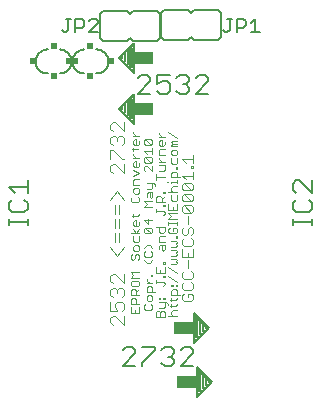
<source format=gbr>
G04 EAGLE Gerber RS-274X export*
G75*
%MOMM*%
%FSLAX34Y34*%
%LPD*%
%INSilkscreen Top*%
%IPPOS*%
%AMOC8*
5,1,8,0,0,1.08239X$1,22.5*%
G01*
%ADD10C,0.101600*%
%ADD11C,0.076200*%
%ADD12C,0.152400*%
%ADD13R,0.609600X0.609600*%
%ADD14C,0.177800*%
%ADD15C,0.127000*%
%ADD16R,1.905000X1.016000*%
%ADD17R,0.381000X1.778000*%
%ADD18R,0.254000X1.270000*%
%ADD19R,0.254000X0.762000*%
%ADD20R,0.254000X0.254000*%
%ADD21R,0.127000X0.254000*%
%ADD22R,0.127000X0.127000*%


D10*
X75692Y74344D02*
X75692Y66548D01*
X67896Y74344D01*
X65947Y74344D01*
X63998Y72395D01*
X63998Y68497D01*
X65947Y66548D01*
X63998Y78242D02*
X63998Y86038D01*
X63998Y78242D02*
X69845Y78242D01*
X67896Y82140D01*
X67896Y84089D01*
X69845Y86038D01*
X73743Y86038D01*
X75692Y84089D01*
X75692Y80191D01*
X73743Y78242D01*
X65947Y89936D02*
X63998Y91885D01*
X63998Y95783D01*
X65947Y97732D01*
X67896Y97732D01*
X69845Y95783D01*
X69845Y93834D01*
X69845Y95783D02*
X71794Y97732D01*
X73743Y97732D01*
X75692Y95783D01*
X75692Y91885D01*
X73743Y89936D01*
X75692Y101630D02*
X75692Y109426D01*
X75692Y101630D02*
X67896Y109426D01*
X65947Y109426D01*
X63998Y107477D01*
X63998Y103579D01*
X65947Y101630D01*
X69845Y125018D02*
X63998Y132814D01*
X69845Y125018D02*
X75692Y132814D01*
X71794Y136712D02*
X71794Y144508D01*
X67896Y144508D02*
X67896Y136712D01*
X71794Y148406D02*
X71794Y156202D01*
X67896Y156202D02*
X67896Y148406D01*
X71794Y160100D02*
X71794Y167896D01*
X67896Y167896D02*
X67896Y160100D01*
X63998Y171794D02*
X69845Y179590D01*
X75692Y171794D01*
X75692Y195182D02*
X75692Y202978D01*
X75692Y195182D02*
X67896Y202978D01*
X65947Y202978D01*
X63998Y201029D01*
X63998Y197131D01*
X65947Y195182D01*
X63998Y206876D02*
X63998Y214672D01*
X65947Y214672D01*
X73743Y206876D01*
X75692Y206876D01*
X65947Y218570D02*
X63998Y220519D01*
X63998Y224417D01*
X65947Y226366D01*
X67896Y226366D01*
X69845Y224417D01*
X69845Y222468D01*
X69845Y224417D02*
X71794Y226366D01*
X73743Y226366D01*
X75692Y224417D01*
X75692Y220519D01*
X73743Y218570D01*
X75692Y230264D02*
X75692Y238060D01*
X75692Y230264D02*
X67896Y238060D01*
X65947Y238060D01*
X63998Y236111D01*
X63998Y232213D01*
X65947Y230264D01*
D11*
X81147Y81496D02*
X81147Y76581D01*
X88519Y76581D01*
X88519Y81496D01*
X84833Y79038D02*
X84833Y76581D01*
X88519Y84065D02*
X81147Y84065D01*
X81147Y87751D01*
X82375Y88980D01*
X84833Y88980D01*
X86062Y87751D01*
X86062Y84065D01*
X88519Y91549D02*
X81147Y91549D01*
X81147Y95235D01*
X82375Y96464D01*
X84833Y96464D01*
X86062Y95235D01*
X86062Y91549D01*
X86062Y94007D02*
X88519Y96464D01*
X81147Y100262D02*
X81147Y102720D01*
X81147Y100262D02*
X82375Y99033D01*
X87290Y99033D01*
X88519Y100262D01*
X88519Y102720D01*
X87290Y103948D01*
X82375Y103948D01*
X81147Y102720D01*
X81147Y106518D02*
X88519Y106518D01*
X83604Y108975D02*
X81147Y106518D01*
X83604Y108975D02*
X81147Y111432D01*
X88519Y111432D01*
X81147Y125172D02*
X82375Y126401D01*
X81147Y125172D02*
X81147Y122715D01*
X82375Y121486D01*
X83604Y121486D01*
X84833Y122715D01*
X84833Y125172D01*
X86062Y126401D01*
X87290Y126401D01*
X88519Y125172D01*
X88519Y122715D01*
X87290Y121486D01*
X88519Y130199D02*
X88519Y132656D01*
X87290Y133885D01*
X84833Y133885D01*
X83604Y132656D01*
X83604Y130199D01*
X84833Y128970D01*
X87290Y128970D01*
X88519Y130199D01*
X83604Y137683D02*
X83604Y141369D01*
X83604Y137683D02*
X84833Y136454D01*
X87290Y136454D01*
X88519Y137683D01*
X88519Y141369D01*
X88519Y143938D02*
X81147Y143938D01*
X86062Y143938D02*
X88519Y147625D01*
X86062Y143938D02*
X83604Y147625D01*
X88519Y151404D02*
X88519Y153861D01*
X88519Y151404D02*
X87290Y150175D01*
X84833Y150175D01*
X83604Y151404D01*
X83604Y153861D01*
X84833Y155090D01*
X86062Y155090D01*
X86062Y150175D01*
X87290Y158888D02*
X82375Y158888D01*
X87290Y158888D02*
X88519Y160117D01*
X83604Y160117D02*
X83604Y157659D01*
X81147Y173819D02*
X82375Y175048D01*
X81147Y173819D02*
X81147Y171362D01*
X82375Y170133D01*
X87290Y170133D01*
X88519Y171362D01*
X88519Y173819D01*
X87290Y175048D01*
X88519Y178846D02*
X88519Y181303D01*
X87290Y182532D01*
X84833Y182532D01*
X83604Y181303D01*
X83604Y178846D01*
X84833Y177617D01*
X87290Y177617D01*
X88519Y178846D01*
X88519Y185101D02*
X83604Y185101D01*
X83604Y188787D01*
X84833Y190016D01*
X88519Y190016D01*
X88519Y195043D02*
X83604Y192585D01*
X83604Y197500D02*
X88519Y195043D01*
X88519Y201298D02*
X88519Y203756D01*
X88519Y201298D02*
X87290Y200070D01*
X84833Y200070D01*
X83604Y201298D01*
X83604Y203756D01*
X84833Y204984D01*
X86062Y204984D01*
X86062Y200070D01*
X88519Y207554D02*
X83604Y207554D01*
X83604Y210011D02*
X86062Y207554D01*
X83604Y210011D02*
X83604Y211240D01*
X82375Y215019D02*
X87290Y215019D01*
X88519Y216248D01*
X83604Y216248D02*
X83604Y213791D01*
X88519Y220009D02*
X88519Y222466D01*
X88519Y220009D02*
X87290Y218780D01*
X84833Y218780D01*
X83604Y220009D01*
X83604Y222466D01*
X84833Y223695D01*
X86062Y223695D01*
X86062Y218780D01*
X88519Y226264D02*
X83604Y226264D01*
X86062Y226264D02*
X83604Y228722D01*
X83604Y229950D01*
X93551Y84036D02*
X92323Y82807D01*
X92323Y80350D01*
X93551Y79121D01*
X98466Y79121D01*
X99695Y80350D01*
X99695Y82807D01*
X98466Y84036D01*
X99695Y87834D02*
X99695Y90291D01*
X98466Y91520D01*
X96009Y91520D01*
X94780Y90291D01*
X94780Y87834D01*
X96009Y86605D01*
X98466Y86605D01*
X99695Y87834D01*
X102152Y94089D02*
X94780Y94089D01*
X94780Y97775D01*
X96009Y99004D01*
X98466Y99004D01*
X99695Y97775D01*
X99695Y94089D01*
X99695Y101573D02*
X94780Y101573D01*
X97238Y101573D02*
X94780Y104031D01*
X94780Y105260D01*
X98466Y107810D02*
X99695Y107810D01*
X98466Y107810D02*
X98466Y109039D01*
X99695Y109039D01*
X99695Y107810D01*
X97238Y119036D02*
X99695Y121494D01*
X97238Y119036D02*
X94780Y119036D01*
X92323Y121494D01*
X92323Y127712D02*
X93551Y128941D01*
X92323Y127712D02*
X92323Y125255D01*
X93551Y124026D01*
X98466Y124026D01*
X99695Y125255D01*
X99695Y127712D01*
X98466Y128941D01*
X99695Y131510D02*
X97238Y133967D01*
X94780Y133967D01*
X92323Y131510D01*
X93551Y143984D02*
X98466Y143984D01*
X93551Y143984D02*
X92323Y145212D01*
X92323Y147670D01*
X93551Y148899D01*
X98466Y148899D01*
X99695Y147670D01*
X99695Y145212D01*
X98466Y143984D01*
X93551Y148899D01*
X92323Y155154D02*
X99695Y155154D01*
X96009Y151468D02*
X92323Y155154D01*
X96009Y156383D02*
X96009Y151468D01*
X99695Y166436D02*
X92323Y166436D01*
X94780Y168894D01*
X92323Y171351D01*
X99695Y171351D01*
X94780Y175149D02*
X94780Y177606D01*
X96009Y178835D01*
X99695Y178835D01*
X99695Y175149D01*
X98466Y173920D01*
X97238Y175149D01*
X97238Y178835D01*
X98466Y181404D02*
X94780Y181404D01*
X98466Y181404D02*
X99695Y182633D01*
X99695Y186319D01*
X100924Y186319D02*
X94780Y186319D01*
X100924Y186319D02*
X102152Y185091D01*
X102152Y183862D01*
X99695Y196373D02*
X99695Y201288D01*
X99695Y196373D02*
X94780Y201288D01*
X93551Y201288D01*
X92323Y200059D01*
X92323Y197601D01*
X93551Y196373D01*
X93551Y203857D02*
X98466Y203857D01*
X93551Y203857D02*
X92323Y205086D01*
X92323Y207543D01*
X93551Y208772D01*
X98466Y208772D01*
X99695Y207543D01*
X99695Y205086D01*
X98466Y203857D01*
X93551Y208772D01*
X94780Y211341D02*
X92323Y213798D01*
X99695Y213798D01*
X99695Y211341D02*
X99695Y216256D01*
X98466Y218825D02*
X93551Y218825D01*
X92323Y220054D01*
X92323Y222511D01*
X93551Y223740D01*
X98466Y223740D01*
X99695Y222511D01*
X99695Y220054D01*
X98466Y218825D01*
X93551Y223740D01*
X113151Y74041D02*
X120523Y74041D01*
X116837Y74041D02*
X115608Y75270D01*
X115608Y77727D01*
X116837Y78956D01*
X120523Y78956D01*
X119294Y82754D02*
X114379Y82754D01*
X119294Y82754D02*
X120523Y83983D01*
X115608Y83983D02*
X115608Y81525D01*
X114379Y87743D02*
X119294Y87743D01*
X120523Y88972D01*
X115608Y88972D02*
X115608Y86515D01*
X115608Y91504D02*
X122980Y91504D01*
X115608Y91504D02*
X115608Y95190D01*
X116837Y96419D01*
X119294Y96419D01*
X120523Y95190D01*
X120523Y91504D01*
X115608Y98988D02*
X115608Y100217D01*
X116837Y100217D01*
X116837Y98988D01*
X115608Y98988D01*
X119294Y98988D02*
X119294Y100217D01*
X120523Y100217D01*
X120523Y98988D01*
X119294Y98988D01*
X120523Y102730D02*
X113151Y107645D01*
X113151Y115129D02*
X120523Y110214D01*
X119294Y117699D02*
X115608Y117699D01*
X119294Y117699D02*
X120523Y118927D01*
X119294Y120156D01*
X120523Y121385D01*
X119294Y122613D01*
X115608Y122613D01*
X115608Y125183D02*
X119294Y125183D01*
X120523Y126411D01*
X119294Y127640D01*
X120523Y128869D01*
X119294Y130098D01*
X115608Y130098D01*
X115608Y132667D02*
X119294Y132667D01*
X120523Y133896D01*
X119294Y135124D01*
X120523Y136353D01*
X119294Y137582D01*
X115608Y137582D01*
X119294Y140151D02*
X120523Y140151D01*
X119294Y140151D02*
X119294Y141380D01*
X120523Y141380D01*
X120523Y140151D01*
X113151Y147579D02*
X114379Y148808D01*
X113151Y147579D02*
X113151Y145122D01*
X114379Y143893D01*
X119294Y143893D01*
X120523Y145122D01*
X120523Y147579D01*
X119294Y148808D01*
X116837Y148808D01*
X116837Y146351D01*
X120523Y151377D02*
X120523Y153835D01*
X120523Y152606D02*
X113151Y152606D01*
X113151Y151377D02*
X113151Y153835D01*
X113151Y156367D02*
X120523Y156367D01*
X115608Y158824D02*
X113151Y156367D01*
X115608Y158824D02*
X113151Y161282D01*
X120523Y161282D01*
X113151Y163851D02*
X113151Y168766D01*
X113151Y163851D02*
X120523Y163851D01*
X120523Y168766D01*
X116837Y166308D02*
X116837Y163851D01*
X115608Y172564D02*
X115608Y176250D01*
X115608Y172564D02*
X116837Y171335D01*
X119294Y171335D01*
X120523Y172564D01*
X120523Y176250D01*
X120523Y178819D02*
X113151Y178819D01*
X115608Y180048D02*
X116837Y178819D01*
X115608Y180048D02*
X115608Y182505D01*
X116837Y183734D01*
X120523Y183734D01*
X115608Y186303D02*
X115608Y187532D01*
X120523Y187532D01*
X120523Y186303D02*
X120523Y188761D01*
X113151Y187532D02*
X111922Y187532D01*
X115608Y191293D02*
X122980Y191293D01*
X115608Y191293D02*
X115608Y194979D01*
X116837Y196208D01*
X119294Y196208D01*
X120523Y194979D01*
X120523Y191293D01*
X120523Y198777D02*
X119294Y198777D01*
X119294Y200006D01*
X120523Y200006D01*
X120523Y198777D01*
X115608Y203748D02*
X115608Y207434D01*
X115608Y203748D02*
X116837Y202519D01*
X119294Y202519D01*
X120523Y203748D01*
X120523Y207434D01*
X120523Y211232D02*
X120523Y213689D01*
X119294Y214918D01*
X116837Y214918D01*
X115608Y213689D01*
X115608Y211232D01*
X116837Y210003D01*
X119294Y210003D01*
X120523Y211232D01*
X120523Y217487D02*
X115608Y217487D01*
X115608Y218716D01*
X116837Y219945D01*
X120523Y219945D01*
X116837Y219945D02*
X115608Y221173D01*
X116837Y222402D01*
X120523Y222402D01*
X120523Y224971D02*
X113151Y229886D01*
X110109Y73279D02*
X102737Y73279D01*
X102737Y76965D01*
X103965Y78194D01*
X105194Y78194D01*
X106423Y76965D01*
X107652Y78194D01*
X108880Y78194D01*
X110109Y76965D01*
X110109Y73279D01*
X106423Y73279D02*
X106423Y76965D01*
X105194Y80763D02*
X108880Y80763D01*
X110109Y81992D01*
X110109Y85678D01*
X111338Y85678D02*
X105194Y85678D01*
X111338Y85678D02*
X112566Y84449D01*
X112566Y83221D01*
X105194Y88247D02*
X105194Y89476D01*
X106423Y89476D01*
X106423Y88247D01*
X105194Y88247D01*
X108880Y88247D02*
X108880Y89476D01*
X110109Y89476D01*
X110109Y88247D01*
X108880Y88247D01*
X108880Y99474D02*
X110109Y100702D01*
X110109Y101931D01*
X108880Y103160D01*
X102737Y103160D01*
X102737Y104388D02*
X102737Y101931D01*
X108880Y106958D02*
X110109Y106958D01*
X108880Y106958D02*
X108880Y108186D01*
X110109Y108186D01*
X110109Y106958D01*
X102737Y110700D02*
X102737Y115615D01*
X102737Y110700D02*
X110109Y110700D01*
X110109Y115615D01*
X106423Y113157D02*
X106423Y110700D01*
X108880Y118184D02*
X110109Y118184D01*
X108880Y118184D02*
X108880Y119413D01*
X110109Y119413D01*
X110109Y118184D01*
X105194Y130639D02*
X105194Y133096D01*
X106423Y134325D01*
X110109Y134325D01*
X110109Y130639D01*
X108880Y129410D01*
X107652Y130639D01*
X107652Y134325D01*
X110109Y136894D02*
X105194Y136894D01*
X105194Y140580D01*
X106423Y141809D01*
X110109Y141809D01*
X110109Y149293D02*
X102737Y149293D01*
X110109Y149293D02*
X110109Y145607D01*
X108880Y144378D01*
X106423Y144378D01*
X105194Y145607D01*
X105194Y149293D01*
X108880Y159347D02*
X110109Y160575D01*
X110109Y161804D01*
X108880Y163033D01*
X102737Y163033D01*
X102737Y161804D02*
X102737Y164262D01*
X108880Y166831D02*
X110109Y166831D01*
X108880Y166831D02*
X108880Y168060D01*
X110109Y168060D01*
X110109Y166831D01*
X110109Y170573D02*
X102737Y170573D01*
X102737Y174259D01*
X103965Y175488D01*
X106423Y175488D01*
X107652Y174259D01*
X107652Y170573D01*
X107652Y173030D02*
X110109Y175488D01*
X110109Y178057D02*
X108880Y178057D01*
X108880Y179286D01*
X110109Y179286D01*
X110109Y178057D01*
X110109Y191741D02*
X102737Y191741D01*
X102737Y194198D02*
X102737Y189283D01*
X105194Y196768D02*
X108880Y196768D01*
X110109Y197996D01*
X110109Y201682D01*
X105194Y201682D01*
X105194Y204252D02*
X110109Y204252D01*
X107652Y204252D02*
X105194Y206709D01*
X105194Y207938D01*
X105194Y210488D02*
X110109Y210488D01*
X105194Y210488D02*
X105194Y214175D01*
X106423Y215403D01*
X110109Y215403D01*
X110109Y219201D02*
X110109Y221659D01*
X110109Y219201D02*
X108880Y217973D01*
X106423Y217973D01*
X105194Y219201D01*
X105194Y221659D01*
X106423Y222887D01*
X107652Y222887D01*
X107652Y217973D01*
X110109Y225457D02*
X105194Y225457D01*
X105194Y227914D02*
X107652Y225457D01*
X105194Y227914D02*
X105194Y229143D01*
X126401Y93012D02*
X124833Y91444D01*
X124833Y88309D01*
X126401Y86741D01*
X132671Y86741D01*
X134239Y88309D01*
X134239Y91444D01*
X132671Y93012D01*
X129536Y93012D01*
X129536Y89876D01*
X124833Y100799D02*
X126401Y102367D01*
X124833Y100799D02*
X124833Y97664D01*
X126401Y96096D01*
X132671Y96096D01*
X134239Y97664D01*
X134239Y100799D01*
X132671Y102367D01*
X124833Y110154D02*
X126401Y111722D01*
X124833Y110154D02*
X124833Y107019D01*
X126401Y105451D01*
X132671Y105451D01*
X134239Y107019D01*
X134239Y110154D01*
X132671Y111722D01*
X129536Y114807D02*
X129536Y121077D01*
X124833Y124162D02*
X124833Y130432D01*
X124833Y124162D02*
X134239Y124162D01*
X134239Y130432D01*
X129536Y127297D02*
X129536Y124162D01*
X124833Y138220D02*
X126401Y139788D01*
X124833Y138220D02*
X124833Y135085D01*
X126401Y133517D01*
X132671Y133517D01*
X134239Y135085D01*
X134239Y138220D01*
X132671Y139788D01*
X124833Y147575D02*
X126401Y149143D01*
X124833Y147575D02*
X124833Y144440D01*
X126401Y142872D01*
X127968Y142872D01*
X129536Y144440D01*
X129536Y147575D01*
X131104Y149143D01*
X132671Y149143D01*
X134239Y147575D01*
X134239Y144440D01*
X132671Y142872D01*
X129536Y152227D02*
X129536Y158498D01*
X132671Y161583D02*
X126401Y161583D01*
X124833Y163150D01*
X124833Y166286D01*
X126401Y167853D01*
X132671Y167853D01*
X134239Y166286D01*
X134239Y163150D01*
X132671Y161583D01*
X126401Y167853D01*
X126401Y170938D02*
X132671Y170938D01*
X126401Y170938D02*
X124833Y172505D01*
X124833Y175641D01*
X126401Y177208D01*
X132671Y177208D01*
X134239Y175641D01*
X134239Y172505D01*
X132671Y170938D01*
X126401Y177208D01*
X126401Y180293D02*
X132671Y180293D01*
X126401Y180293D02*
X124833Y181861D01*
X124833Y184996D01*
X126401Y186564D01*
X132671Y186564D01*
X134239Y184996D01*
X134239Y181861D01*
X132671Y180293D01*
X126401Y186564D01*
X127968Y189648D02*
X124833Y192783D01*
X134239Y192783D01*
X134239Y189648D02*
X134239Y195919D01*
X134239Y199003D02*
X132671Y199003D01*
X132671Y200571D01*
X134239Y200571D01*
X134239Y199003D01*
X127968Y203681D02*
X124833Y206816D01*
X134239Y206816D01*
X134239Y203681D02*
X134239Y209952D01*
D12*
X21082Y279400D02*
X21329Y279403D01*
X21577Y279412D01*
X21824Y279427D01*
X22070Y279448D01*
X22316Y279475D01*
X22561Y279508D01*
X22806Y279547D01*
X23049Y279592D01*
X23291Y279643D01*
X23532Y279700D01*
X23771Y279762D01*
X24009Y279831D01*
X24245Y279905D01*
X24479Y279985D01*
X24711Y280070D01*
X24941Y280162D01*
X25169Y280258D01*
X25394Y280361D01*
X25617Y280468D01*
X25837Y280582D01*
X26054Y280700D01*
X26269Y280824D01*
X26480Y280953D01*
X26688Y281087D01*
X26893Y281226D01*
X27094Y281370D01*
X27292Y281518D01*
X27486Y281672D01*
X27676Y281830D01*
X27862Y281993D01*
X28044Y282160D01*
X28222Y282332D01*
X28396Y282508D01*
X28566Y282688D01*
X28731Y282873D01*
X28891Y283061D01*
X29047Y283253D01*
X29199Y283449D01*
X29345Y283648D01*
X29487Y283851D01*
X29623Y284058D01*
X29755Y284267D01*
X29881Y284480D01*
X30002Y284696D01*
X30118Y284914D01*
X30228Y285136D01*
X30333Y285360D01*
X30433Y285586D01*
X30527Y285815D01*
X30615Y286046D01*
X30698Y286280D01*
X30775Y286515D01*
X30846Y286752D01*
X30912Y286990D01*
X30971Y287230D01*
X31025Y287472D01*
X31073Y287715D01*
X31115Y287958D01*
X31151Y288203D01*
X31181Y288449D01*
X31205Y288695D01*
X31223Y288942D01*
X31235Y289189D01*
X31241Y289436D01*
X31241Y289684D01*
X31235Y289931D01*
X31223Y290178D01*
X31205Y290425D01*
X31181Y290671D01*
X31151Y290917D01*
X31115Y291162D01*
X31073Y291405D01*
X31025Y291648D01*
X30971Y291890D01*
X30912Y292130D01*
X30846Y292368D01*
X30775Y292605D01*
X30698Y292840D01*
X30615Y293074D01*
X30527Y293305D01*
X30433Y293534D01*
X30333Y293760D01*
X30228Y293984D01*
X30118Y294206D01*
X30002Y294424D01*
X29881Y294640D01*
X29755Y294853D01*
X29623Y295062D01*
X29487Y295269D01*
X29345Y295472D01*
X29199Y295671D01*
X29047Y295867D01*
X28891Y296059D01*
X28731Y296247D01*
X28566Y296432D01*
X28396Y296612D01*
X28222Y296788D01*
X28044Y296960D01*
X27862Y297127D01*
X27676Y297290D01*
X27486Y297448D01*
X27292Y297602D01*
X27094Y297750D01*
X26893Y297894D01*
X26688Y298033D01*
X26480Y298167D01*
X26269Y298296D01*
X26054Y298420D01*
X25837Y298538D01*
X25617Y298652D01*
X25394Y298759D01*
X25169Y298862D01*
X24941Y298958D01*
X24711Y299050D01*
X24479Y299135D01*
X24245Y299215D01*
X24009Y299289D01*
X23771Y299358D01*
X23532Y299420D01*
X23291Y299477D01*
X23049Y299528D01*
X22806Y299573D01*
X22561Y299612D01*
X22316Y299645D01*
X22070Y299672D01*
X21824Y299693D01*
X21577Y299708D01*
X21329Y299717D01*
X21082Y299720D01*
X10922Y299720D02*
X10675Y299717D01*
X10427Y299708D01*
X10180Y299693D01*
X9934Y299672D01*
X9688Y299645D01*
X9443Y299612D01*
X9198Y299573D01*
X8955Y299528D01*
X8713Y299477D01*
X8472Y299420D01*
X8233Y299358D01*
X7995Y299289D01*
X7759Y299215D01*
X7525Y299135D01*
X7293Y299050D01*
X7063Y298958D01*
X6835Y298862D01*
X6610Y298759D01*
X6387Y298652D01*
X6167Y298538D01*
X5950Y298420D01*
X5735Y298296D01*
X5524Y298167D01*
X5316Y298033D01*
X5111Y297894D01*
X4910Y297750D01*
X4712Y297602D01*
X4518Y297448D01*
X4328Y297290D01*
X4142Y297127D01*
X3960Y296960D01*
X3782Y296788D01*
X3608Y296612D01*
X3438Y296432D01*
X3273Y296247D01*
X3113Y296059D01*
X2957Y295867D01*
X2805Y295671D01*
X2659Y295472D01*
X2517Y295269D01*
X2381Y295062D01*
X2249Y294853D01*
X2123Y294640D01*
X2002Y294424D01*
X1886Y294206D01*
X1776Y293984D01*
X1671Y293760D01*
X1571Y293534D01*
X1477Y293305D01*
X1389Y293074D01*
X1306Y292840D01*
X1229Y292605D01*
X1158Y292368D01*
X1092Y292130D01*
X1033Y291890D01*
X979Y291648D01*
X931Y291405D01*
X889Y291162D01*
X853Y290917D01*
X823Y290671D01*
X799Y290425D01*
X781Y290178D01*
X769Y289931D01*
X763Y289684D01*
X763Y289436D01*
X769Y289189D01*
X781Y288942D01*
X799Y288695D01*
X823Y288449D01*
X853Y288203D01*
X889Y287958D01*
X931Y287715D01*
X979Y287472D01*
X1033Y287230D01*
X1092Y286990D01*
X1158Y286752D01*
X1229Y286515D01*
X1306Y286280D01*
X1389Y286046D01*
X1477Y285815D01*
X1571Y285586D01*
X1671Y285360D01*
X1776Y285136D01*
X1886Y284914D01*
X2002Y284696D01*
X2123Y284480D01*
X2249Y284267D01*
X2381Y284058D01*
X2517Y283851D01*
X2659Y283648D01*
X2805Y283449D01*
X2957Y283253D01*
X3113Y283061D01*
X3273Y282873D01*
X3438Y282688D01*
X3608Y282508D01*
X3782Y282332D01*
X3960Y282160D01*
X4142Y281993D01*
X4328Y281830D01*
X4518Y281672D01*
X4712Y281518D01*
X4910Y281370D01*
X5111Y281226D01*
X5316Y281087D01*
X5524Y280953D01*
X5735Y280824D01*
X5950Y280700D01*
X6167Y280582D01*
X6387Y280468D01*
X6610Y280361D01*
X6835Y280258D01*
X7063Y280162D01*
X7293Y280070D01*
X7525Y279985D01*
X7759Y279905D01*
X7995Y279831D01*
X8233Y279762D01*
X8472Y279700D01*
X8713Y279643D01*
X8955Y279592D01*
X9198Y279547D01*
X9443Y279508D01*
X9688Y279475D01*
X9934Y279448D01*
X10180Y279427D01*
X10427Y279412D01*
X10675Y279403D01*
X10922Y279400D01*
D13*
X33782Y289560D03*
X-1778Y289560D03*
X16002Y302260D03*
X16002Y276860D03*
D14*
X-5969Y156088D02*
X-5969Y150749D01*
X-5969Y153418D02*
X-21985Y153418D01*
X-21985Y150749D02*
X-21985Y156088D01*
X-21985Y169671D02*
X-19315Y172341D01*
X-21985Y169671D02*
X-21985Y164333D01*
X-19315Y161663D01*
X-8638Y161663D01*
X-5969Y164333D01*
X-5969Y169671D01*
X-8638Y172341D01*
X-16646Y178035D02*
X-21985Y183374D01*
X-5969Y183374D01*
X-5969Y188712D02*
X-5969Y178035D01*
X87249Y262001D02*
X97926Y262001D01*
X87249Y262001D02*
X97926Y272678D01*
X97926Y275347D01*
X95257Y278017D01*
X89918Y278017D01*
X87249Y275347D01*
X103621Y278017D02*
X114298Y278017D01*
X103621Y278017D02*
X103621Y270009D01*
X108959Y272678D01*
X111628Y272678D01*
X114298Y270009D01*
X114298Y264670D01*
X111628Y262001D01*
X106290Y262001D01*
X103621Y264670D01*
X119992Y275347D02*
X122661Y278017D01*
X128000Y278017D01*
X130669Y275347D01*
X130669Y272678D01*
X128000Y270009D01*
X125331Y270009D01*
X128000Y270009D02*
X130669Y267340D01*
X130669Y264670D01*
X128000Y262001D01*
X122661Y262001D01*
X119992Y264670D01*
X136364Y262001D02*
X147041Y262001D01*
X136364Y262001D02*
X147041Y272678D01*
X147041Y275347D01*
X144372Y278017D01*
X139033Y278017D01*
X136364Y275347D01*
D12*
X52324Y279400D02*
X52571Y279403D01*
X52819Y279412D01*
X53066Y279427D01*
X53312Y279448D01*
X53558Y279475D01*
X53803Y279508D01*
X54048Y279547D01*
X54291Y279592D01*
X54533Y279643D01*
X54774Y279700D01*
X55013Y279762D01*
X55251Y279831D01*
X55487Y279905D01*
X55721Y279985D01*
X55953Y280070D01*
X56183Y280162D01*
X56411Y280258D01*
X56636Y280361D01*
X56859Y280468D01*
X57079Y280582D01*
X57296Y280700D01*
X57511Y280824D01*
X57722Y280953D01*
X57930Y281087D01*
X58135Y281226D01*
X58336Y281370D01*
X58534Y281518D01*
X58728Y281672D01*
X58918Y281830D01*
X59104Y281993D01*
X59286Y282160D01*
X59464Y282332D01*
X59638Y282508D01*
X59808Y282688D01*
X59973Y282873D01*
X60133Y283061D01*
X60289Y283253D01*
X60441Y283449D01*
X60587Y283648D01*
X60729Y283851D01*
X60865Y284058D01*
X60997Y284267D01*
X61123Y284480D01*
X61244Y284696D01*
X61360Y284914D01*
X61470Y285136D01*
X61575Y285360D01*
X61675Y285586D01*
X61769Y285815D01*
X61857Y286046D01*
X61940Y286280D01*
X62017Y286515D01*
X62088Y286752D01*
X62154Y286990D01*
X62213Y287230D01*
X62267Y287472D01*
X62315Y287715D01*
X62357Y287958D01*
X62393Y288203D01*
X62423Y288449D01*
X62447Y288695D01*
X62465Y288942D01*
X62477Y289189D01*
X62483Y289436D01*
X62483Y289684D01*
X62477Y289931D01*
X62465Y290178D01*
X62447Y290425D01*
X62423Y290671D01*
X62393Y290917D01*
X62357Y291162D01*
X62315Y291405D01*
X62267Y291648D01*
X62213Y291890D01*
X62154Y292130D01*
X62088Y292368D01*
X62017Y292605D01*
X61940Y292840D01*
X61857Y293074D01*
X61769Y293305D01*
X61675Y293534D01*
X61575Y293760D01*
X61470Y293984D01*
X61360Y294206D01*
X61244Y294424D01*
X61123Y294640D01*
X60997Y294853D01*
X60865Y295062D01*
X60729Y295269D01*
X60587Y295472D01*
X60441Y295671D01*
X60289Y295867D01*
X60133Y296059D01*
X59973Y296247D01*
X59808Y296432D01*
X59638Y296612D01*
X59464Y296788D01*
X59286Y296960D01*
X59104Y297127D01*
X58918Y297290D01*
X58728Y297448D01*
X58534Y297602D01*
X58336Y297750D01*
X58135Y297894D01*
X57930Y298033D01*
X57722Y298167D01*
X57511Y298296D01*
X57296Y298420D01*
X57079Y298538D01*
X56859Y298652D01*
X56636Y298759D01*
X56411Y298862D01*
X56183Y298958D01*
X55953Y299050D01*
X55721Y299135D01*
X55487Y299215D01*
X55251Y299289D01*
X55013Y299358D01*
X54774Y299420D01*
X54533Y299477D01*
X54291Y299528D01*
X54048Y299573D01*
X53803Y299612D01*
X53558Y299645D01*
X53312Y299672D01*
X53066Y299693D01*
X52819Y299708D01*
X52571Y299717D01*
X52324Y299720D01*
X42164Y299720D02*
X41917Y299717D01*
X41669Y299708D01*
X41422Y299693D01*
X41176Y299672D01*
X40930Y299645D01*
X40685Y299612D01*
X40440Y299573D01*
X40197Y299528D01*
X39955Y299477D01*
X39714Y299420D01*
X39475Y299358D01*
X39237Y299289D01*
X39001Y299215D01*
X38767Y299135D01*
X38535Y299050D01*
X38305Y298958D01*
X38077Y298862D01*
X37852Y298759D01*
X37629Y298652D01*
X37409Y298538D01*
X37192Y298420D01*
X36977Y298296D01*
X36766Y298167D01*
X36558Y298033D01*
X36353Y297894D01*
X36152Y297750D01*
X35954Y297602D01*
X35760Y297448D01*
X35570Y297290D01*
X35384Y297127D01*
X35202Y296960D01*
X35024Y296788D01*
X34850Y296612D01*
X34680Y296432D01*
X34515Y296247D01*
X34355Y296059D01*
X34199Y295867D01*
X34047Y295671D01*
X33901Y295472D01*
X33759Y295269D01*
X33623Y295062D01*
X33491Y294853D01*
X33365Y294640D01*
X33244Y294424D01*
X33128Y294206D01*
X33018Y293984D01*
X32913Y293760D01*
X32813Y293534D01*
X32719Y293305D01*
X32631Y293074D01*
X32548Y292840D01*
X32471Y292605D01*
X32400Y292368D01*
X32334Y292130D01*
X32275Y291890D01*
X32221Y291648D01*
X32173Y291405D01*
X32131Y291162D01*
X32095Y290917D01*
X32065Y290671D01*
X32041Y290425D01*
X32023Y290178D01*
X32011Y289931D01*
X32005Y289684D01*
X32005Y289436D01*
X32011Y289189D01*
X32023Y288942D01*
X32041Y288695D01*
X32065Y288449D01*
X32095Y288203D01*
X32131Y287958D01*
X32173Y287715D01*
X32221Y287472D01*
X32275Y287230D01*
X32334Y286990D01*
X32400Y286752D01*
X32471Y286515D01*
X32548Y286280D01*
X32631Y286046D01*
X32719Y285815D01*
X32813Y285586D01*
X32913Y285360D01*
X33018Y285136D01*
X33128Y284914D01*
X33244Y284696D01*
X33365Y284480D01*
X33491Y284267D01*
X33623Y284058D01*
X33759Y283851D01*
X33901Y283648D01*
X34047Y283449D01*
X34199Y283253D01*
X34355Y283061D01*
X34515Y282873D01*
X34680Y282688D01*
X34850Y282508D01*
X35024Y282332D01*
X35202Y282160D01*
X35384Y281993D01*
X35570Y281830D01*
X35760Y281672D01*
X35954Y281518D01*
X36152Y281370D01*
X36353Y281226D01*
X36558Y281087D01*
X36766Y280953D01*
X36977Y280824D01*
X37192Y280700D01*
X37409Y280582D01*
X37629Y280468D01*
X37852Y280361D01*
X38077Y280258D01*
X38305Y280162D01*
X38535Y280070D01*
X38767Y279985D01*
X39001Y279905D01*
X39237Y279831D01*
X39475Y279762D01*
X39714Y279700D01*
X39955Y279643D01*
X40197Y279592D01*
X40440Y279547D01*
X40685Y279508D01*
X40930Y279475D01*
X41176Y279448D01*
X41422Y279427D01*
X41669Y279412D01*
X41917Y279403D01*
X42164Y279400D01*
D13*
X65024Y289560D03*
X29464Y289560D03*
X47244Y302260D03*
X47244Y276860D03*
D14*
X234823Y156088D02*
X234823Y150749D01*
X234823Y153418D02*
X218807Y153418D01*
X218807Y150749D02*
X218807Y156088D01*
X218807Y169671D02*
X221477Y172341D01*
X218807Y169671D02*
X218807Y164333D01*
X221477Y161663D01*
X232154Y161663D01*
X234823Y164333D01*
X234823Y169671D01*
X232154Y172341D01*
X234823Y178035D02*
X234823Y188712D01*
X234823Y178035D02*
X224146Y188712D01*
X221477Y188712D01*
X218807Y186043D01*
X218807Y180704D01*
X221477Y178035D01*
X85226Y31623D02*
X74549Y31623D01*
X85226Y42300D01*
X85226Y44969D01*
X82557Y47639D01*
X77218Y47639D01*
X74549Y44969D01*
X90921Y47639D02*
X101598Y47639D01*
X101598Y44969D01*
X90921Y34292D01*
X90921Y31623D01*
X107292Y44969D02*
X109961Y47639D01*
X115300Y47639D01*
X117969Y44969D01*
X117969Y42300D01*
X115300Y39631D01*
X112631Y39631D01*
X115300Y39631D02*
X117969Y36962D01*
X117969Y34292D01*
X115300Y31623D01*
X109961Y31623D01*
X107292Y34292D01*
X123664Y31623D02*
X134341Y31623D01*
X123664Y31623D02*
X134341Y42300D01*
X134341Y44969D01*
X131672Y47639D01*
X126333Y47639D01*
X123664Y44969D01*
D12*
X132080Y330200D02*
X134620Y332740D01*
X132080Y330200D02*
X129540Y332740D01*
X132080Y309880D02*
X134620Y307340D01*
X132080Y309880D02*
X129540Y307340D01*
X109220Y307340D01*
X106680Y309880D01*
X154940Y307340D02*
X157480Y309880D01*
X154940Y307340D02*
X134620Y307340D01*
X157480Y309880D02*
X157480Y330200D01*
X154940Y332740D01*
X134620Y332740D01*
X129540Y332740D02*
X109220Y332740D01*
X106680Y330200D01*
X106680Y309880D01*
D15*
X159385Y316232D02*
X161292Y314325D01*
X163198Y314325D01*
X165105Y316232D01*
X165105Y325765D01*
X163198Y325765D02*
X167012Y325765D01*
X171079Y325765D02*
X171079Y314325D01*
X171079Y325765D02*
X176799Y325765D01*
X178705Y323858D01*
X178705Y320045D01*
X176799Y318138D01*
X171079Y318138D01*
X182773Y321952D02*
X186586Y325765D01*
X186586Y314325D01*
X182773Y314325D02*
X190399Y314325D01*
D12*
X83566Y332486D02*
X81026Y329946D01*
X78486Y332486D01*
X81026Y309626D02*
X83566Y307086D01*
X81026Y309626D02*
X78486Y307086D01*
X58166Y307086D01*
X55626Y309626D01*
X103886Y307086D02*
X106426Y309626D01*
X103886Y307086D02*
X83566Y307086D01*
X106426Y309626D02*
X106426Y329946D01*
X103886Y332486D01*
X83566Y332486D01*
X78486Y332486D02*
X58166Y332486D01*
X55626Y329946D01*
X55626Y309626D01*
D15*
X24640Y314071D02*
X22733Y315978D01*
X24640Y314071D02*
X26546Y314071D01*
X28453Y315978D01*
X28453Y325511D01*
X26546Y325511D02*
X30360Y325511D01*
X34427Y325511D02*
X34427Y314071D01*
X34427Y325511D02*
X40147Y325511D01*
X42053Y323604D01*
X42053Y319791D01*
X40147Y317884D01*
X34427Y317884D01*
X46121Y314071D02*
X53747Y314071D01*
X46121Y314071D02*
X53747Y321698D01*
X53747Y323604D01*
X51841Y325511D01*
X48028Y325511D01*
X46121Y323604D01*
D12*
X83820Y304800D02*
X83820Y279400D01*
X71120Y292100D02*
X83820Y304800D01*
X71120Y292100D02*
X83820Y279400D01*
D16*
X90805Y292100D03*
D17*
X81915Y292100D03*
D18*
X78740Y292100D03*
D19*
X76200Y292100D03*
D20*
X73660Y292100D03*
D21*
X83185Y281940D03*
D22*
X81915Y282575D03*
X79375Y285115D03*
X76835Y287655D03*
X74295Y290195D03*
X74295Y294005D03*
X76835Y296545D03*
X79375Y299085D03*
D21*
X83185Y302260D03*
D22*
X81915Y301625D03*
D12*
X83820Y261620D02*
X83820Y236220D01*
X71120Y248920D02*
X83820Y261620D01*
X71120Y248920D02*
X83820Y236220D01*
D16*
X90805Y248920D03*
D17*
X81915Y248920D03*
D18*
X78740Y248920D03*
D19*
X76200Y248920D03*
D20*
X73660Y248920D03*
D21*
X83185Y238760D03*
D22*
X81915Y239395D03*
X79375Y241935D03*
X76835Y244475D03*
X74295Y247015D03*
X74295Y250825D03*
X76835Y253365D03*
X79375Y255905D03*
D21*
X83185Y259080D03*
D22*
X81915Y258445D03*
D12*
X137160Y30480D02*
X137160Y5080D01*
X149860Y17780D01*
X137160Y30480D01*
D16*
X130175Y17780D03*
D17*
X139065Y17780D03*
D18*
X142240Y17780D03*
D19*
X144780Y17780D03*
D20*
X147320Y17780D03*
D21*
X137795Y27940D03*
D22*
X139065Y27305D03*
X141605Y24765D03*
X144145Y22225D03*
X146685Y19685D03*
X146685Y15875D03*
X144145Y13335D03*
X141605Y10795D03*
D21*
X137795Y7620D03*
D22*
X139065Y8255D03*
D12*
X134620Y50800D02*
X134620Y76200D01*
X147320Y63500D02*
X134620Y50800D01*
X147320Y63500D02*
X134620Y76200D01*
D16*
X127635Y63500D03*
D17*
X136525Y63500D03*
D18*
X139700Y63500D03*
D19*
X142240Y63500D03*
D20*
X144780Y63500D03*
D21*
X135255Y73660D03*
D22*
X136525Y73025D03*
X139065Y70485D03*
X141605Y67945D03*
X144145Y65405D03*
X144145Y61595D03*
X141605Y59055D03*
X139065Y56515D03*
D21*
X135255Y53340D03*
D22*
X136525Y53975D03*
M02*

</source>
